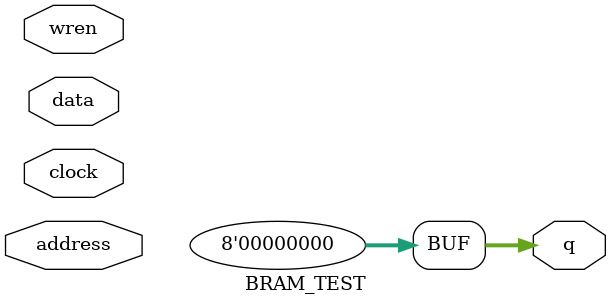
<source format=v>
module BRAM_TEST(	// file.cleaned.mlir:2:3
  input  [12:0] address,	// file.cleaned.mlir:2:27
  input         clock,	// file.cleaned.mlir:2:46
  input  [7:0]  data,	// file.cleaned.mlir:2:62
  input         wren,	// file.cleaned.mlir:2:77
  output [7:0]  q	// file.cleaned.mlir:2:93
);

  assign q = 8'h0;	// file.cleaned.mlir:3:14, :4:5
endmodule


</source>
